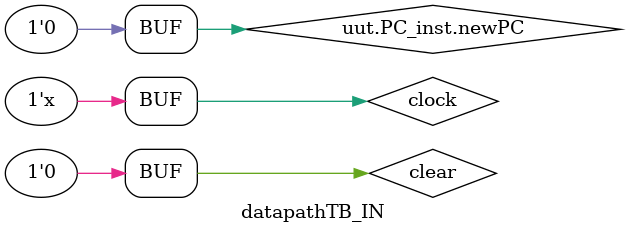
<source format=v>

`timescale 1ns/1ps

module datapathTB_IN;

    reg clock;
    reg clear;
    reg PCout, Zhighout, Zlowout, MDRout; 
    reg MARin, PCin, MDRin, IRin, Yin, Zin;
    reg IncPC, Read, Write;
    reg Gra, Grb, Grc, BAout;
    reg [4:0] opcode;
    reg HIin, LOin, ZHighIn, ZLowIn;
    reg [8:0] Address;    
    reg [31:0] Mdatain;     
	 reg Rout, Rin;
	 reg Cout, HIout, LOout, Yout, InPortout;
	 reg CONin;
	 reg [31:0] external_input;
	 reg OutPortin;

    // OUTPUTS FROM DataPath (wires)
    wire R0out, R1out, R2out, R3out, R4out, R5out, R6out, R7out;
    wire R8out, R9out, R10out, R11out, R12out, R13out, R14out, R15out;
	 wire CON_out;
	 wire [31:0] external_output;
	 
	 parameter Default = 4'b0000, T0 = 4'b0111, T1 = 4'b1000, T2 = 4'b1001, T3 = 4'b1010, T4 = 4'b1011, T5 = 4'b1100, T6 = 4'b1101, T7 = 4'b1110;
    
	 reg [3:0] Present_state = Default;
	 

    // Instantiate DataPath
    DataPath uut (
        .clock(clock),
        .clear(clear),
        .PCout(PCout), 
        .Zhighout(Zhighout), 
        .Zlowout(Zlowout), 
        .MDRout(MDRout),
        .MARin(MARin), 
        .Rin(Rin),
        .PCin(PCin), 
        .MDRin(MDRin), 
        .IRin(IRin), 
        .Yin(Yin),
        .IncPC(IncPC), 
        .Read(Read), 
        .Write(Write),
        .Gra(Gra), 
        .Grb(Grb), 
        .Grc(Grc),
        .opcode(opcode),
        .HIin(HIin), 
        .LOin(LOin), 
        .ZHighIn(ZHighIn), 
        .ZLowIn(ZLowIn), 
        .Address(Address),
        .Mdatain(Mdatain),
        .BAout(BAout),
        .R0out(R0out), 
        .R1out(R1out), 
        .R2out(R2out), 
        .R3out(R3out),
        .R4out(R4out), 
        .R5out(R5out), 
        .R6out(R6out), 
        .R7out(R7out),
        .R8out(R8out), 
        .R9out(R9out), 
        .R10out(R10out), 
        .R11out(R11out),
        .R12out(R12out), 
        .R13out(R13out), 
        .R14out(R14out), 
        .R15out(R15out),
        .HIout(HIout), 
        .LOout(LOout),
        .Yout(Yout), 
        .InPortout(InPortout), 
        .Cout(Cout),   // Fixed naming (was CSignOut)
        .Rout(Rout),    // Added Rout
		  .CONin(CONin),
		  .InPortData(external_input),  // Input data to InPort
		  .OutPortData(external_output), // Output data from OutPort
        .OutPortin(OutPortin)        // Control signal for writing output
    );
	 
	 initial begin
      clock = 0;
		clear = 0;
		uut.PC_inst.newPC = 32'h18;
   end
	 
	always 
		#10  clock <= ~clock;
		
	always @(posedge clock) begin
    case (Present_state)
        Default: Present_state <= T0;
        T0:      Present_state <= T1;
        T1:      Present_state <= T2;
        T2:      Present_state <= T3;
        T3:      Present_state  <= Default; // Reset or stop
		endcase
	end 
	
	always @(Present_state) begin
			case (Present_state)
				Default: begin
                PCout <= 0;         Zhighout <= 0;      Zlowout <= 0;      MDRout <= 0;
                MARin <= 0;         PCin <= 0;          MDRin <= 0;        IRin <= 0;          Yin <= 0;
                IncPC <= 0;         Read <= 0;          Write <= 0;
                Gra <= 0;           Grb <= 0;           Grc <= 0;          opcode <= 0;
                HIin <= 0;          LOin <= 0;          ZHighIn <= 0;      ZLowIn <= 0; 
                Address <= 9'h0;    Mdatain <= 32'h0;
                Cout <= 0; 			CONin <= 0;			  external_input = 32'h5;
            end
				
			T0: begin 
                    MARin <= 1;     IncPC <= 1; PCout <= 1; ZLowIn <= 1; 
 
            end

			T1: begin 
					     MARin <= 0;         IncPC <= 0;      PCout <= 0; ZLowIn <= 0;  
						  Zlowout <= 1;       PCin <= 1;       Read <= 1; MDRin <= 1;
            end

			T2: begin 
						  Zlowout <= 0;       PCin <= 0;       Read <= 0; MDRin <= 0;
                    MDRout <= 1;        IRin <= 1; 
            end

			  T3: begin 
			  			  MDRout <= 0;     	 IRin <= 0;
                    Gra <= 1;           Rin <= 1;       InPortout <= 1;						
            end
		endcase
	end

endmodule
</source>
